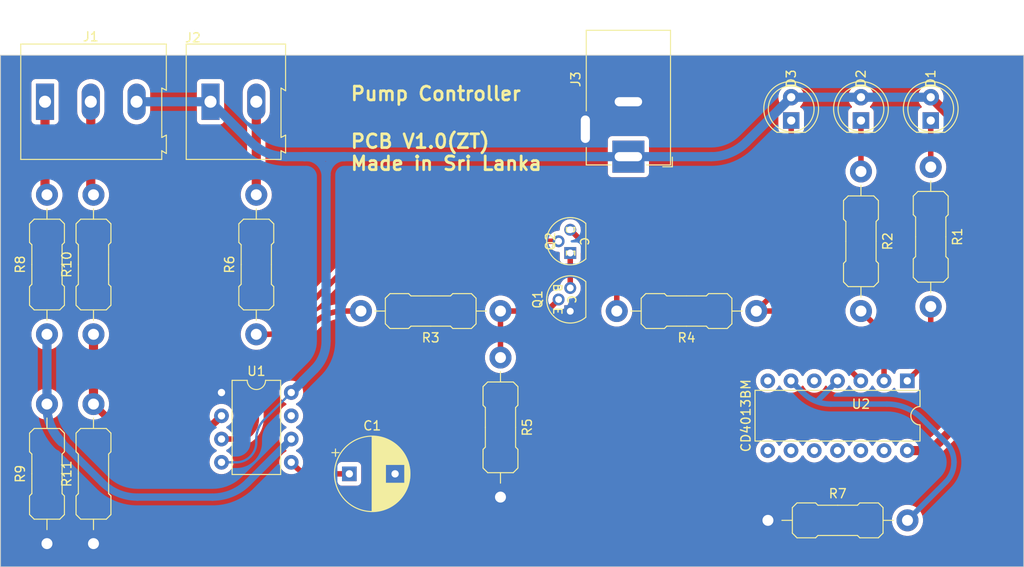
<source format=kicad_pcb>
(kicad_pcb (version 20221018) (generator pcbnew)
  (layers (0 "F.Cu" signal) (31 "B.Cu" signal) (34 "B.Paste" user) (35 "F.Paste" user) (36 "B.SilkS" user "B.Silkscreen") (37 "F.SilkS" user "F.Silkscreen") (38 "B.Mask" user) (39 "F.Mask" user) (44 "Edge.Cuts" user))
  (net 0 "")
  (net 1 "GND")
  (net 3 "VCC")
  (net 4 "Net-(D2-K)")
  (net 5 "Net-(D1-K)")
  (net 6 "Net-(Q1-B)")
  (net 7 "Net-(Q1-E)")
  (net 8 "Net-(Q2-E)")
  (net 9 "FF3")
  (net 10 "FF7")
  (net 15 "FF4")
  (net 18 "FF2")
  (net 20 "FF1")
  (net 21 "J11")
  (net 22 "J12")
  (net 23 "J22")
  (net 24 "Net-(Q2-B)")
  (net 25 "OS3")
  (net 26 "OS5")
  (net 27 "OS6")
  (net 28 "OS2")
  (footprint "PCM_4ms_Package_DIP:DIP-14_W7.62mm" (layer "F.Cu") (at 175.19 121.92 -90)
    (fp_text reference "U2" (at 2.54 5.01) (layer "F.SilkS"))
    (fp_text value "CD4013BM" (at 3.81 17.58 90) (layer "F.SilkS"))
    (fp_text user "" (at 3.81 7.57 90) (layer "F.SilkS"))
    (pad "1" thru_hole rect (at 0 -0.05 270) (size 1.6 1.6) (drill 0.8) (layers "*.Cu" "*.Mask") (net 20 "FF1"))
    (pad "2" thru_hole oval (at 0 2.49 270) (size 1.6 1.6) (drill 0.8) (layers "*.Cu" "*.Mask") (net 18 "FF2"))
    (pad "3" thru_hole oval (at 0 5.03 270) (size 1.6 1.6) (drill 0.8) (layers "*.Cu" "*.Mask") (net 9 "FF3"))
    (pad "4" thru_hole oval (at 0 7.57 270) (size 1.6 1.6) (drill 0.8) (layers "*.Cu" "*.Mask") (net 15 "FF4"))
    (pad "5" thru_hole oval (at 0 10.11 270) (size 1.6 1.6) (drill 0.8) (layers "*.Cu" "*.Mask"))
    (pad "6" thru_hole oval (at 0 12.65 270) (size 1.6 1.6) (drill 0.8) (layers "*.Cu" "*.Mask") (net 15 "FF4"))
    (pad "7" thru_hole oval (at 0 15.19 270) (size 1.6 1.6) (drill 0.8) (layers "*.Cu" "*.Mask") (net 10 "FF7"))
    (pad "8" thru_hole oval (at 7.62 15.19 270) (size 1.6 1.6) (drill 0.8) (layers "*.Cu" "*.Mask"))
    (pad "9" thru_hole oval (at 7.62 12.65 270) (size 1.6 1.6) (drill 0.8) (layers "*.Cu" "*.Mask"))
    (pad "10" thru_hole oval (at 7.62 10.11 270) (size 1.6 1.6) (drill 0.8) (layers "*.Cu" "*.Mask"))
    (pad "11" thru_hole oval (at 7.62 7.57 270) (size 1.6 1.6) (drill 0.8) (layers "*.Cu" "*.Mask"))
    (pad "12" thru_hole oval (at 7.62 5.03 270) (size 1.6 1.6) (drill 0.8) (layers "*.Cu" "*.Mask"))
    (pad "13" thru_hole oval (at 7.62 2.49 270) (size 1.6 1.6) (drill 0.8) (layers "*.Cu" "*.Mask"))
    (pad "14" thru_hole oval (at 7.62 -0.05 270) (size 1.6 1.6) (drill 0.8) (layers "*.Cu" "*.Mask") (net 3 "VCC"))
  )
  (footprint "TerminalBlock:TerminalBlock_Altech_AK300-3_P5.00mm" (layer "F.Cu") (at 81.065 91.44)
    (fp_text reference "J1" (at 5 -7.1) (layer "F.SilkS"))
    (fp_text value "Conn_01x03_Pin")
    (pad "1" thru_hole rect (at 0 0) (size 1.98 3.96) (drill 1.32) (layers "*.Cu" "*.Mask") (net 21 "J11"))
    (pad "2" thru_hole oval (at 5 0) (size 1.98 3.96) (drill 1.32) (layers "*.Cu" "*.Mask") (net 22 "J12"))
    (pad "3" thru_hole oval (at 10 0) (size 1.98 3.96) (drill 1.32) (layers "*.Cu" "*.Mask") (net 3 "VCC"))
  )
  (footprint "PCM_Package_TO_SOT_THT_AKL:TO-92L_ECB" (layer "F.Cu") (at 138.43 107.96 90)
    (fp_text reference "Q2" (at 1.27 -2.163 90) (layer "F.SilkS"))
    (fp_text value "NPN" hide)
    (fp_text user "C" (at 1.27 1.524 270 unlocked) (layer "F.SilkS") (effects (font (size 0.9 0.9))))
    (fp_text user "B" (at 2.54 0 270 unlocked) (layer "F.SilkS") (effects (font (size 0.9 0.9))))
    (fp_text user "E" (at 0 0 270 unlocked) (layer "F.SilkS") (effects (font (size 0.9 0.9))))
    (pad "1" thru_hole rect (at 0 0 180) (size 1.3 1.3) (drill 0.75) (layers "*.Cu" "*.Mask") (net 7 "Net-(Q1-E)"))
    (pad "2" thru_hole circle (at 1.28 -1.27 180) (size 1.3 1.3) (drill 0.75) (layers "*.Cu" "*.Mask") (net 24 "Net-(Q2-B)"))
    (pad "3" thru_hole circle (at 2.54 0 180) (size 1.3 1.3) (drill 0.75) (layers "*.Cu" "*.Mask") (net 8 "Net-(Q2-E)"))
  )
  (footprint "LED_THT:LED_D5.0mm" (layer "F.Cu") (at 177.8 93.490048 90)
    (fp_text reference "D1" (at 4.590048 0 90) (layer "F.SilkS"))
    (fp_text value "LED")
    (pad "1" thru_hole rect (at 0 0 90) (size 1.8 1.8) (drill 0.9) (layers "*.Cu" "*.Mask") (net 5 "Net-(D1-K)"))
    (pad "2" thru_hole circle (at 2.54 0 90) (size 1.8 1.8) (drill 0.9) (layers "*.Cu" "*.Mask") (net 3 "VCC"))
  )
  (footprint "PCM_Resistor_THT_AKL:R_Axial_DIN0411_L9.9mm_D3.6mm_P15.24mm_Horizontal" (layer "F.Cu") (at 104.14 116.84 90)
    (fp_text reference "R6" (at 7.62 -2.92 90) (layer "F.SilkS"))
    (fp_text value "22K" hide)
    (pad "1" thru_hole circle (at 0 0 90) (size 2.4 2.4) (drill 1.2) (layers "*.Cu" "*.Mask") (net 24 "Net-(Q2-B)"))
    (pad "2" thru_hole oval (at 15.24 0 90) (size 2.4 2.4) (drill 1.2) (layers "*.Cu" "*.Mask") (net 23 "J22"))
  )
  (footprint "PCM_Resistor_THT_AKL:R_Axial_DIN0411_L9.9mm_D3.6mm_P15.24mm_Horizontal" (layer "F.Cu") (at 81.28 116.84 90)
    (fp_text reference "R8" (at 7.62 -2.92 90) (layer "F.SilkS"))
    (fp_text value "22K" hide)
    (pad "1" thru_hole circle (at 0 0 90) (size 2.4 2.4) (drill 1.2) (layers "*.Cu" "*.Mask") (net 27 "OS6"))
    (pad "2" thru_hole oval (at 15.24 0 90) (size 2.4 2.4) (drill 1.2) (layers "*.Cu" "*.Mask") (net 21 "J11"))
  )
  (footprint "LED_THT:LED_D5.0mm" (layer "F.Cu") (at 162.56 93.490048 90)
    (fp_text reference "D3" (at 4.590048 0 90) (layer "F.SilkS"))
    (fp_text value "LED")
    (pad "1" thru_hole rect (at 0 0 90) (size 1.8 1.8) (drill 0.9) (layers "*.Cu" "*.Mask") (net 9 "FF3"))
    (pad "2" thru_hole circle (at 2.54 0 90) (size 1.8 1.8) (drill 0.9) (layers "*.Cu" "*.Mask") (net 3 "VCC"))
  )
  (footprint "PCM_Resistor_THT_AKL:R_Axial_DIN0411_L9.9mm_D3.6mm_P15.24mm_Horizontal" (layer "F.Cu") (at 160.02 137.16)
    (fp_text reference "R7" (at 7.62 -2.92) (layer "F.SilkS"))
    (fp_text value "1M" hide)
    (pad "1" thru_hole circle (at 0 0) (size 2.4 2.4) (drill 1.2) (layers "*.Cu" "*.Mask") (net 1 "GND"))
    (pad "2" thru_hole oval (at 15.24 0) (size 2.4 2.4) (drill 1.2) (layers "*.Cu" "*.Mask") (net 15 "FF4"))
  )
  (footprint "PCM_Resistor_THT_AKL:R_Axial_DIN0411_L9.9mm_D3.6mm_P15.24mm_Horizontal" (layer "F.Cu") (at 130.81 119.38 -90)
    (fp_text reference "R5" (at 7.62 -2.92 90) (layer "F.SilkS"))
    (fp_text value "180K" hide)
    (pad "1" thru_hole circle (at 0 0 270) (size 2.4 2.4) (drill 1.2) (layers "*.Cu" "*.Mask") (net 6 "Net-(Q1-B)"))
    (pad "2" thru_hole oval (at 15.24 0 270) (size 2.4 2.4) (drill 1.2) (layers "*.Cu" "*.Mask") (net 1 "GND"))
  )
  (footprint "TerminalBlock:TerminalBlock_Altech_AK300-2_P5.00mm" (layer "F.Cu") (at 99.14 91.44)
    (fp_text reference "J2" (at -1.92 -6.99) (layer "F.SilkS"))
    (fp_text value "Conn_01x02")
    (pad "1" thru_hole rect (at 0 0) (size 1.98 3.96) (drill 1.32) (layers "*.Cu" "*.Mask") (net 3 "VCC"))
    (pad "2" thru_hole oval (at 5 0) (size 1.98 3.96) (drill 1.32) (layers "*.Cu" "*.Mask") (net 23 "J22"))
  )
  (footprint "PCM_Resistor_THT_AKL:R_Axial_DIN0411_L9.9mm_D3.6mm_P15.24mm_Horizontal" (layer "F.Cu") (at 158.75 114.3 180)
    (fp_text reference "R4" (at 7.62 -2.92) (layer "F.SilkS"))
    (fp_text value "1K" hide)
    (pad "1" thru_hole circle (at 0 0 180) (size 2.4 2.4) (drill 1.2) (layers "*.Cu" "*.Mask") (net 9 "FF3"))
    (pad "2" thru_hole oval (at 15.24 0 180) (size 2.4 2.4) (drill 1.2) (layers "*.Cu" "*.Mask") (net 8 "Net-(Q2-E)"))
  )
  (footprint "Connector_BarrelJack:BarrelJack_Horizontal" (layer "F.Cu") (at 144.78 97.44 -90)
    (fp_text reference "J3" (at -8.45 5.75 90) (layer "F.SilkS"))
    (fp_text value "Barrel_Jack_Switch_Pin3Ring")
    (pad "1" thru_hole rect (at 0 0 270) (size 3.5 3.5) (drill oval 1 3) (layers "*.Cu" "*.Mask") (net 3 "VCC"))
    (pad "2" thru_hole roundrect (at -6 0 270) (size 3 3.5) (drill oval 1 3) (layers "*.Cu" "*.Mask") (net 1 "GND"))
    (pad "3" thru_hole roundrect (at -3 4.7 270) (size 3.5 3.5) (drill oval 3 1) (layers "*.Cu" "*.Mask") (net 1 "GND"))
  )
  (footprint "Capacitor_THT:CP_Radial_D8.0mm_P5.00mm" (layer "F.Cu") (at 114.3 132.08)
    (fp_text reference "C1" (at 2.5 -5.25) (layer "F.SilkS"))
    (fp_text value "C_Generic")
    (pad "1" thru_hole rect (at 0 0) (size 1.6 1.6) (drill 0.8) (layers "*.Cu" "*.Mask") (net 26 "OS5"))
    (pad "2" thru_hole circle (at 5 0) (size 1.6 1.6) (drill 0.8) (layers "*.Cu" "*.Mask") (net 1 "GND"))
  )
  (footprint "PCM_Resistor_THT_AKL:R_Axial_DIN0411_L9.9mm_D3.6mm_P15.24mm_Horizontal" (layer "F.Cu") (at 81.28 139.7 90)
    (fp_text reference "R9" (at 7.62 -2.92 90) (layer "F.SilkS"))
    (fp_text value "1M" hide)
    (pad "1" thru_hole circle (at 0 0 90) (size 2.4 2.4) (drill 1.2) (layers "*.Cu" "*.Mask") (net 1 "GND"))
    (pad "2" thru_hole oval (at 15.24 0 90) (size 2.4 2.4) (drill 1.2) (layers "*.Cu" "*.Mask") (net 27 "OS6"))
  )
  (footprint "PCM_Resistor_THT_AKL:R_Axial_DIN0411_L9.9mm_D3.6mm_P15.24mm_Horizontal" (layer "F.Cu") (at 86.36 116.84 90)
    (fp_text reference "R10" (at 7.62 -2.92 90) (layer "F.SilkS"))
    (fp_text value "22K" hide)
    (pad "1" thru_hole circle (at 0 0 90) (size 2.4 2.4) (drill 1.2) (layers "*.Cu" "*.Mask") (net 28 "OS2"))
    (pad "2" thru_hole oval (at 15.24 0 90) (size 2.4 2.4) (drill 1.2) (layers "*.Cu" "*.Mask") (net 22 "J12"))
  )
  (footprint "PCM_Resistor_THT_AKL:R_Axial_DIN0411_L9.9mm_D3.6mm_P15.24mm_Horizontal" (layer "F.Cu") (at 86.36 139.7 90)
    (fp_text reference "R11" (at 7.62 -2.92 90) (layer "F.SilkS"))
    (fp_text value "1M" hide)
    (pad "1" thru_hole circle (at 0 0 90) (size 2.4 2.4) (drill 1.2) (layers "*.Cu" "*.Mask") (net 1 "GND"))
    (pad "2" thru_hole oval (at 15.24 0 90) (size 2.4 2.4) (drill 1.2) (layers "*.Cu" "*.Mask") (net 28 "OS2"))
  )
  (footprint "PCM_Package_TO_SOT_THT_AKL:TO-92L_ECB" (layer "F.Cu") (at 138.43 114.32 90)
    (fp_text reference "Q1" (at 1.29 -3.56 90) (layer "F.SilkS"))
    (fp_text value "NPN" hide)
    (fp_text user "C" (at 1.29 0.127 270 unlocked) (layer "F.SilkS") (effects (font (size 0.9 0.9))))
    (fp_text user "E" (at 0.02 -1.397 270 unlocked) (layer "F.SilkS") (effects (font (size 0.9 0.9))))
    (fp_text user "B" (at 2.56 -1.397 270 unlocked) (layer "F.SilkS") (effects (font (size 0.9 0.9))))
    (pad "1" thru_hole rect (at 0 0 180) (size 1.3 1.3) (drill 0.75) (layers "*.Cu" "*.Mask") (net 1 "GND"))
    (pad "2" thru_hole circle (at 1.28 -1.27 180) (size 1.3 1.3) (drill 0.75) (layers "*.Cu" "*.Mask") (net 6 "Net-(Q1-B)"))
    (pad "3" thru_hole circle (at 2.54 0 180) (size 1.3 1.3) (drill 0.75) (layers "*.Cu" "*.Mask") (net 7 "Net-(Q1-E)"))
  )
  (footprint "PCM_Resistor_THT_AKL:R_Axial_DIN0411_L9.9mm_D3.6mm_P15.24mm_Horizontal" (layer "F.Cu") (at 130.81 114.3 180)
    (fp_text reference "R3" (at 7.62 -2.92) (layer "F.SilkS"))
    (fp_text value "1K" hide)
    (pad "1" thru_hole circle (at 0 0 180) (size 2.4 2.4) (drill 1.2) (layers "*.Cu" "*.Mask") (net 6 "Net-(Q1-B)"))
    (pad "2" thru_hole oval (at 15.24 0 180) (size 2.4 2.4) (drill 1.2) (layers "*.Cu" "*.Mask") (net 25 "OS3"))
  )
  (footprint "PCM_Resistor_THT_AKL:R_Axial_DIN0411_L9.9mm_D3.6mm_P15.24mm_Horizontal" (layer "F.Cu") (at 170.18 99.06 -90)
    (fp_text reference "R2" (at 7.62 -2.92 90) (layer "F.SilkS"))
    (fp_text value "1K" hide)
    (pad "1" thru_hole circle (at 0 0 270) (size 2.4 2.4) (drill 1.2) (layers "*.Cu" "*.Mask") (net 4 "Net-(D2-K)"))
    (pad "2" thru_hole oval (at 15.24 0 270) (size 2.4 2.4) (drill 1.2) (layers "*.Cu" "*.Mask") (net 18 "FF2"))
  )
  (footprint "Package_DIP:DIP-8_W7.62mm" (layer "F.Cu") (at 100.34 123.2)
    (fp_text reference "U1" (at 3.81 -2.33) (layer "F.SilkS"))
    (fp_text value "LMC555xM")
    (pad "1" thru_hole rect (at 0 0) (size 1.6 1.6) (drill 0.8) (layers "*.Cu" "*.Mask") (net 1 "GND"))
    (pad "2" thru_hole oval (at 0 2.54) (size 1.6 1.6) (drill 0.8) (layers "*.Cu" "*.Mask") (net 28 "OS2"))
    (pad "3" thru_hole oval (at 0 5.08) (size 1.6 1.6) (drill 0.8) (layers "*.Cu" "*.Mask") (net 25 "OS3"))
    (pad "4" thru_hole oval (at 0 7.62) (size 1.6 1.6) (drill 0.8) (layers "*.Cu" "*.Mask") (net 3 "VCC"))
    (pad "5" thru_hole oval (at 7.62 7.62) (size 1.6 1.6) (drill 0.8) (layers "*.Cu" "*.Mask") (net 26 "OS5"))
    (pad "6" thru_hole oval (at 7.62 5.08) (size 1.6 1.6) (drill 0.8) (layers "*.Cu" "*.Mask") (net 27 "OS6"))
    (pad "7" thru_hole oval (at 7.62 2.54) (size 1.6 1.6) (drill 0.8) (layers "*.Cu" "*.Mask"))
    (pad "8" thru_hole oval (at 7.62 0) (size 1.6 1.6) (drill 0.8) (layers "*.Cu" "*.Mask") (net 3 "VCC"))
  )
  (footprint "LED_THT:LED_D5.0mm" (layer "F.Cu") (at 170.18 93.490048 90)
    (fp_text reference "D2" (at 4.590048 0 90) (layer "F.SilkS"))
    (fp_text value "LED")
    (pad "1" thru_hole rect (at 0 0 90) (size 1.8 1.8) (drill 0.9) (layers "*.Cu" "*.Mask") (net 4 "Net-(D2-K)"))
    (pad "2" thru_hole circle (at 2.54 0 90) (size 1.8 1.8) (drill 0.9) (layers "*.Cu" "*.Mask") (net 3 "VCC"))
  )
  (footprint "PCM_Resistor_THT_AKL:R_Axial_DIN0411_L9.9mm_D3.6mm_P15.24mm_Horizontal" (layer "F.Cu") (at 177.8 98.570048 -90)
    (fp_text reference "R1" (at 7.62 -2.92 90) (layer "F.SilkS"))
    (fp_text value "1K" hide)
    (pad "1" thru_hole circle (at 0 0 270) (size 2.4 2.4) (drill 1.2) (layers "*.Cu" "*.Mask") (net 5 "Net-(D1-K)"))
    (pad "2" thru_hole oval (at 15.24 0 270) (size 2.4 2.4) (drill 1.2) (layers "*.Cu" "*.Mask") (net 20 "FF1"))
  )
  (gr_rect (start 76.2 86.36) (end 187.96 142.24) (stroke (width 0.1)) (fill none) (layer "Edge.Cuts"))
  (gr_text "PCB V1.0(ZT)\nMade in Sri Lanka" (at 114.3 99.06) (layer "F.SilkS") (effects (font (size 1.5 1.5) (thickness 0.3) bold) (justify left bottom)))
  (gr_text "Pump Controller" (at 114.3 91.44) (layer "F.SilkS") (effects (font (size 1.5 1.5) (thickness 0.3) bold) (justify left bottom)))
  (segment (start 176.52 129.54) (end 175.24 129.54) (width 1) (layer "F.Cu") (net 3))
  (segment (start 178.705096 128.634903) (end 181.286207 126.053792) (width 1) (layer "F.Cu") (net 3))
  (segment (start 181.286207 94.436255) (end 177.8 90.950048) (width 1) (layer "F.Cu") (net 3))
  (segment (start 182.88 122.206036) (end 182.88 98.284011) (width 1) (layer "F.Cu") (net 3))
  (arc (start 182.88 122.206036) (mid 182.465786 124.288426) (end 181.286207 126.053792) (width 1) (layer "F.Cu") (net 3))
  (arc (start 181.286207 94.436255) (mid 182.465786 96.20162) (end 182.88 98.284011) (width 1) (layer "F.Cu") (net 3))
  (arc (start 178.705096 128.634903) (mid 177.702565 129.304772) (end 176.52 129.54) (width 1) (layer "F.Cu") (net 3))
  (segment (start 170.18 90.950048) (end 176.963599 90.950048) (width 1) (layer "B.Cu") (net 3))
  (segment (start 109.416856 97.44) (end 107.393963 97.44) (width 1) (layer "B.Cu") (net 3))
  (segment (start 109.416856 97.44) (end 113.759998 97.44) (width 1) (layer "B.Cu") (net 3))
  (segment (start 177.555024 91.195024) (end 177.626775 91.266775) (width 0.25) (layer "B.Cu") (net 3))
  (segment (start 162.56 90.950048) (end 170.18 90.950048) (width 1) (layer "B.Cu") (net 3))
  (segment (start 103.546207 95.846207) (end 99.14 91.44) (width 1) (layer "B.Cu") (net 3))
  (segment (start 111.76 99.439998) (end 111.76 117.583948) (width 1) (layer "B.Cu") (net 3))
  (segment (start 109.212928 121.947071) (end 107.96 123.2) (width 1) (layer "B.Cu") (net 3))
  (segment (start 101.954903 130.82) (end 100.34 130.82) (width 0.25) (layer "B.Cu") (net 3))
  (segment (start 105.030954 126.129045) (end 107.96 123.2) (width 0.25) (layer "B.Cu") (net 3))
  (segment (start 162.56 90.950048) (end 157.66384 95.846207) (width 1) (layer "B.Cu") (net 3))
  (segment (start 99.14 91.44) (end 91.065 91.44) (width 1) (layer "B.Cu") (net 3))
  (segment (start 104.14 128.634903) (end 104.14 128.28) (width 0.25) (layer "B.Cu") (net 3))
  (segment (start 177.8 91.195024) (end 177.8 90.950048) (width 0.25) (layer "B.Cu") (net 3))
  (segment (start 153.816084 97.44) (end 144.78 97.44) (width 1) (layer "B.Cu") (net 3))
  (segment (start 113.759998 97.44) (end 144.78 97.44) (width 1) (layer "B.Cu") (net 3))
  (segment (start 109.227071 121.912928) (end 110.49 120.65) (width 1) (layer "B.Cu") (net 3))
  (arc (start 113.759998 97.44) (mid 112.345785 98.025785) (end 111.76 99.439998) (width 1) (layer "B.Cu") (net 3))
  (arc (start 103.546207 95.846207) (mid 105.311572 97.025786) (end 107.393963 97.44) (width 1) (layer "B.Cu") (net 3))
  (arc (start 157.66384 95.846207) (mid 155.898474 97.025786) (end 153.816084 97.44) (width 1) (layer "B.Cu") (net 3))
  (arc (start 177.555024 91.195024) (mid 177.283676 91.013715) (end 176.963599 90.950048) (width 0.25) (layer "B.Cu") (net 3))
  (arc (start 111.76 99.439998) (mid 111.073709 98.025785) (end 109.416856 97.44) (width 1) (layer "B.Cu") (net 3))
  (arc (start 105.030954 126.129045) (mid 104.371551 127.115911) (end 104.14 128.28) (width 0.25) (layer "B.Cu") (net 3))
  (arc (start 111.76 117.583948) (mid 111.429937 119.243283) (end 110.49 120.65) (width 1) (layer "B.Cu") (net 3))
  (arc (start 103.5 130.18) (mid 102.791103 130.653669) (end 101.954903 130.82) (width 0.25) (layer "B.Cu") (net 3))
  (arc (start 104.14 128.634903) (mid 103.973669 129.471103) (end 103.5 130.18) (width 0.25) (layer "B.Cu") (net 3))
  (arc (start 109.227071 121.912928) (mid 109.221837 121.92076) (end 109.22 121.93) (width 1) (layer "B.Cu") (net 3))
  (arc (start 177.626775 91.266775) (mid 177.737359 91.288771) (end 177.8 91.195024) (width 0.25) (layer "B.Cu") (net 3))
  (arc (start 109.22 121.93) (mid 109.218162 121.939238) (end 109.212928 121.947071) (width 0.25) (layer "B.Cu") (net 3))
  (segment (start 170.18 93.490048) (end 170.18 99.06) (width 0.6) (layer "F.Cu") (net 4))
  (segment (start 177.8 93.490048) (end 177.8 98.570048) (width 0.6) (layer "F.Cu") (net 5))
  (segment (start 136.53 113.67) (end 137.16 113.04) (width 0.6) (layer "F.Cu") (net 6))
  (segment (start 130.81 114.3) (end 130.81 119.38) (width 0.6) (layer "F.Cu") (net 6))
  (segment (start 135.009045 114.3) (end 130.81 114.3) (width 0.6) (layer "F.Cu") (net 6))
  (arc (start 135.009045 114.3) (mid 135.83218 114.136268) (end 136.53 113.67) (width 0.6) (layer "F.Cu") (net 6))
  (segment (start 138.43 107.96) (end 138.43 111.78) (width 0.6) (layer "F.Cu") (net 7))
  (segment (start 142.166497 109.156497) (end 138.43 105.42) (width 0.6) (layer "F.Cu") (net 8))
  (segment (start 143.51 112.4) (end 143.51 114.3) (width 0.6) (layer "F.Cu") (net 8))
  (arc (start 142.166497 109.156497) (mid 143.160834 110.644628) (end 143.51 112.4) (width 0.6) (layer "F.Cu") (net 8))
  (segment (start 162.56 108.236036) (end 162.56 93.490048) (width 0.6) (layer "F.Cu") (net 9))
  (segment (start 158.75 114.3) (end 160.966207 112.083792) (width 0.6) (layer "F.Cu") (net 9))
  (segment (start 163.879967 115.639967) (end 170.16 121.92) (width 0.6) (layer "F.Cu") (net 9))
  (segment (start 158.75 114.3) (end 160.645 114.3) (width 0.6) (layer "F.Cu") (net 9))
  (arc (start 160.966207 112.083792) (mid 162.145786 110.318426) (end 162.56 108.236036) (width 0.6) (layer "F.Cu") (net 9))
  (arc (start 163.879967 115.639967) (mid 162.395751 114.648246) (end 160.645 114.3) (width 0.6) (layer "F.Cu") (net 9))
  (segment (start 176.853792 126.053792) (end 179.441969 128.641969) (width 0.6) (layer "B.Cu") (net 15))
  (segment (start 173.006036 124.46) (end 166.876051 124.46) (width 0.6) (layer "B.Cu") (net 15))
  (segment (start 179.441974 132.978025) (end 175.26 137.16) (width 0.6) (layer "B.Cu") (net 15))
  (segment (start 165.457253 124.082747) (end 167.62 121.92) (width 0.6) (layer "B.Cu") (net 15))
  (segment (start 163.81 123.19) (end 162.54 121.92) (width 0.6) (layer "B.Cu") (net 15))
  (arc (start 176.853792 126.053792) (mid 175.088426 124.874213) (end 173.006036 124.46) (width 0.6) (layer "B.Cu") (net 15))
  (arc (start 179.441974 132.978025) (mid 180.10661 131.983326) (end 180.34 130.81) (width 0.6) (layer "B.Cu") (net 15))
  (arc (start 163.81 123.19) (mid 165.216716 124.129937) (end 166.876051 124.46) (width 0.6) (layer "B.Cu") (net 15))
  (arc (start 179.441969 128.641969) (mid 180.106609 129.636673) (end 180.34 130.81) (width 0.6) (layer "B.Cu") (net 15))
  (segment (start 171.44 115.56) (end 170.18 114.3) (width 0.6) (layer "F.Cu") (net 18))
  (segment (start 172.7 118.601909) (end 172.7 121.92) (width 0.6) (layer "F.Cu") (net 18))
  (arc (start 171.44 115.56) (mid 172.372536 116.955639) (end 172.7 118.601909) (width 0.6) (layer "F.Cu") (net 18))
  (segment (start 176.52 120.64) (end 175.24 121.92) (width 0.6) (layer "F.Cu") (net 20))
  (segment (start 177.8 117.549806) (end 177.8 113.810048) (width 0.6) (layer "F.Cu") (net 20))
  (arc (start 176.52 120.64) (mid 177.467338 119.222207) (end 177.8 117.549806) (width 0.6) (layer "F.Cu") (net 20))
  (segment (start 81.065 101.232972) (end 81.065 91.44) (width 1) (layer "F.Cu") (net 21))
  (segment (start 81.1725 101.4925) (end 81.28 101.6) (width 0.25) (layer "F.Cu") (net 21))
  (arc (start 81.1725 101.4925) (mid 81.092938 101.373427) (end 81.065 101.232972) (width 1) (layer "F.Cu") (net 21))
  (segment (start 86.065 101.096403) (end 86.065 91.44) (width 1) (layer "F.Cu") (net 22))
  (segment (start 86.2125 101.4525) (end 86.36 101.6) (width 0.25) (layer "F.Cu") (net 22))
  (arc (start 86.065 101.096403) (mid 86.103334 101.289121) (end 86.2125 101.4525) (width 1) (layer "F.Cu") (net 22))
  (segment (start 104.14 91.44) (end 104.14 101.6) (width 1) (layer "F.Cu") (net 23))
  (segment (start 119.093963 106.68) (end 137.16 106.68) (width 0.6) (layer "F.Cu") (net 24))
  (segment (start 105.41 116.84) (end 104.14 116.84) (width 0.6) (layer "F.Cu") (net 24))
  (segment (start 107.578025 115.941974) (end 115.246207 108.273792) (width 0.6) (layer "F.Cu") (net 24))
  (arc (start 107.578025 115.941974) (mid 106.583326 116.60661) (end 105.41 116.84) (width 0.6) (layer "F.Cu") (net 24))
  (arc (start 115.246207 108.273792) (mid 117.011572 107.094213) (end 119.093963 106.68) (width 0.6) (layer "F.Cu") (net 24))
  (segment (start 101.954903 128.28) (end 100.34 128.28) (width 0.6) (layer "F.Cu") (net 25))
  (segment (start 113.665 114.3) (end 115.57 114.3) (width 0.6) (layer "F.Cu") (net 25))
  (segment (start 104.14 126.094903) (end 104.14 124.173963) (width 0.6) (layer "F.Cu") (net 25))
  (segment (start 105.733792 120.326207) (end 110.412961 115.647038) (width 0.6) (layer "F.Cu") (net 25))
  (arc (start 105.733792 120.326207) (mid 104.554213 122.091572) (end 104.14 124.173963) (width 0.6) (layer "F.Cu") (net 25))
  (arc (start 103.5 127.64) (mid 102.791103 128.113669) (end 101.954903 128.28) (width 0.6) (layer "F.Cu") (net 25))
  (arc (start 103.5 127.64) (mid 103.973669 126.931103) (end 104.14 126.094903) (width 0.6) (layer "F.Cu") (net 25))
  (arc (start 110.412961 115.647038) (mid 111.905009 114.650083) (end 113.665 114.3) (width 0.6) (layer "F.Cu") (net 25))
  (segment (start 108.59 131.45) (end 107.96 130.82) (width 0.6) (layer "F.Cu") (net 26))
  (segment (start 110.110954 132.08) (end 114.3 132.08) (width 0.6) (layer "F.Cu") (net 26))
  (arc (start 108.59 131.45) (mid 109.287819 131.916268) (end 110.110954 132.08) (width 0.6) (layer "F.Cu") (net 26))
  (segment (start 81.28 124.746036) (end 81.28 116.84) (width 1) (layer "B.Cu") (net 27))
  (segment (start 103.213792 133.026207) (end 107.96 128.28) (width 0.8) (layer "B.Cu") (net 27))
  (segment (start 82.873792 128.593792) (end 87.306207 133.026207) (width 0.8) (layer "B.Cu") (net 27))
  (segment (start 99.366036 134.62) (end 91.153963 134.62) (width 0.8) (layer "B.Cu") (net 27))
  (arc (start 82.873792 128.593792) (mid 81.694213 126.828426) (end 81.28 124.746036) (width 1) (layer "B.Cu") (net 27))
  (arc (start 87.306207 133.026207) (mid 89.071572 134.205786) (end 91.153963 134.62) (width 0.8) (layer "B.Cu") (net 27))
  (arc (start 103.213792 133.026207) (mid 101.448426 134.205786) (end 99.366036 134.62) (width 0.8) (layer "B.Cu") (net 27))
  (segment (start 98.189045 127) (end 90.696051 127) (width 0.8) (layer "F.Cu") (net 28))
  (segment (start 86.36 124.46) (end 86.36 116.84) (width 1) (layer "F.Cu") (net 28))
  (segment (start 99.71 126.37) (end 100.34 125.74) (width 0.8) (layer "F.Cu") (net 28))
  (segment (start 87.63 125.73) (end 86.36 124.46) (width 0.8) (layer "F.Cu") (net 28))
  (arc (start 87.63 125.73) (mid 89.036716 126.669937) (end 90.696051 127) (width 0.8) (layer "F.Cu") (net 28))
  (arc (start 99.71 126.37) (mid 99.01218 126.836268) (end 98.189045 127) (width 0.8) (layer "F.Cu") (net 28))
  (zone (net 1) (net_name "GND") (layers "F&B.Cu") (name "GND") (connect_pads yes (clearance 0.5)) (min_thickness 0.25) (fill yes (thermal_gap 0.5) (thermal_bridge_width 0.5))
    (polygon (pts (xy 78.74 86.36) (xy 187.96 86.36) (xy 187.96 142.24) (xy 76.2 142.24) (xy 76.2 86.36)))
  )
)
</source>
